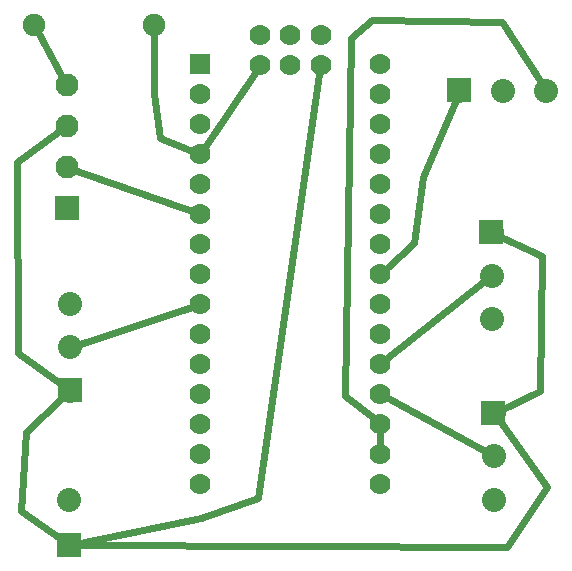
<source format=gtl>
G04 MADE WITH FRITZING*
G04 WWW.FRITZING.ORG*
G04 DOUBLE SIDED*
G04 HOLES PLATED*
G04 CONTOUR ON CENTER OF CONTOUR VECTOR*
%ASAXBY*%
%FSLAX23Y23*%
%MOIN*%
%OFA0B0*%
%SFA1.0B1.0*%
%ADD10C,0.075000*%
%ADD11C,0.080000*%
%ADD12C,0.076139*%
%ADD13C,0.070000*%
%ADD14R,0.069958X0.070000*%
%ADD15C,0.024000*%
%ADD16R,0.001000X0.001000*%
%LNCOPPER1*%
G90*
G70*
G54D10*
X119Y1891D03*
X519Y1891D03*
G54D11*
X1645Y1200D03*
X1645Y1055D03*
X1645Y911D03*
X1645Y1200D03*
X1645Y1055D03*
X1645Y911D03*
X238Y672D03*
X238Y817D03*
X238Y962D03*
X238Y672D03*
X238Y817D03*
X238Y962D03*
X1537Y1672D03*
X1682Y1672D03*
X1827Y1672D03*
X1537Y1672D03*
X1682Y1672D03*
X1827Y1672D03*
G54D12*
X228Y1279D03*
X228Y1416D03*
X228Y1554D03*
X228Y1692D03*
G54D11*
X1651Y597D03*
X1651Y453D03*
X1651Y308D03*
X1651Y597D03*
X1651Y453D03*
X1651Y308D03*
X237Y156D03*
X237Y308D03*
X237Y156D03*
X237Y308D03*
G54D13*
X673Y1761D03*
X673Y1661D03*
X673Y1561D03*
X673Y1461D03*
X673Y1361D03*
X673Y1261D03*
X673Y1161D03*
X673Y1061D03*
X673Y961D03*
X673Y861D03*
X673Y761D03*
X673Y661D03*
X673Y561D03*
X673Y461D03*
X673Y361D03*
X1273Y1761D03*
X1273Y1661D03*
X1273Y1561D03*
X1273Y1461D03*
X1273Y1361D03*
X1273Y1261D03*
X1273Y1161D03*
X1273Y1061D03*
X1273Y961D03*
X1273Y861D03*
X1273Y761D03*
X1273Y661D03*
X1273Y561D03*
X1273Y461D03*
X1273Y361D03*
X873Y1856D03*
X873Y1756D03*
X973Y1856D03*
X973Y1756D03*
X1074Y1856D03*
X1074Y1756D03*
G54D14*
X673Y1761D03*
G54D15*
X646Y1270D02*
X262Y1404D01*
D02*
X539Y1514D02*
X519Y1659D01*
D02*
X646Y1471D02*
X539Y1514D01*
D02*
X519Y1659D02*
X519Y1862D01*
D02*
X1416Y1385D02*
X1524Y1640D01*
D02*
X1387Y1164D02*
X1416Y1385D01*
D02*
X1295Y1080D02*
X1387Y1164D01*
D02*
X1299Y647D02*
X1621Y469D01*
D02*
X1296Y779D02*
X1617Y1034D01*
D02*
X646Y952D02*
X271Y828D01*
D02*
X1273Y490D02*
X1273Y532D01*
D02*
X133Y1866D02*
X210Y1724D01*
D02*
X857Y1732D02*
X690Y1485D01*
D02*
X1273Y490D02*
X1273Y532D01*
D02*
X1157Y655D02*
X1176Y1847D01*
D02*
X1176Y1847D02*
X1244Y1906D01*
D02*
X1244Y1906D02*
X1680Y1901D01*
D02*
X1680Y1901D02*
X1808Y1702D01*
D02*
X1251Y579D02*
X1157Y655D01*
D02*
X63Y1435D02*
X198Y1533D01*
D02*
X66Y798D02*
X63Y1435D01*
D02*
X210Y693D02*
X66Y798D01*
D02*
X77Y270D02*
X93Y533D01*
D02*
X93Y533D02*
X213Y648D01*
D02*
X209Y176D02*
X77Y270D01*
D02*
X1813Y1121D02*
X1807Y671D01*
D02*
X1807Y671D02*
X1682Y612D01*
D02*
X1676Y1185D02*
X1813Y1121D01*
D02*
X1696Y151D02*
X272Y156D01*
D02*
X1829Y349D02*
X1696Y151D01*
D02*
X1671Y569D02*
X1829Y349D01*
D02*
X675Y246D02*
X867Y314D01*
D02*
X867Y314D02*
X1070Y1727D01*
D02*
X271Y163D02*
X675Y246D01*
G54D16*
X1497Y1713D02*
X1576Y1713D01*
X1497Y1712D02*
X1576Y1712D01*
X1497Y1711D02*
X1576Y1711D01*
X1497Y1710D02*
X1576Y1710D01*
X1497Y1709D02*
X1576Y1709D01*
X1497Y1708D02*
X1576Y1708D01*
X1497Y1707D02*
X1576Y1707D01*
X1497Y1706D02*
X1576Y1706D01*
X1497Y1705D02*
X1576Y1705D01*
X1497Y1704D02*
X1576Y1704D01*
X1497Y1703D02*
X1576Y1703D01*
X1497Y1702D02*
X1576Y1702D01*
X1497Y1701D02*
X1576Y1701D01*
X1497Y1700D02*
X1576Y1700D01*
X1497Y1699D02*
X1576Y1699D01*
X1497Y1698D02*
X1576Y1698D01*
X1497Y1697D02*
X1535Y1697D01*
X1537Y1697D02*
X1576Y1697D01*
X1497Y1696D02*
X1529Y1696D01*
X1543Y1696D02*
X1576Y1696D01*
X1497Y1695D02*
X1526Y1695D01*
X1546Y1695D02*
X1576Y1695D01*
X1497Y1694D02*
X1524Y1694D01*
X1548Y1694D02*
X1576Y1694D01*
X1497Y1693D02*
X1523Y1693D01*
X1550Y1693D02*
X1576Y1693D01*
X1497Y1692D02*
X1521Y1692D01*
X1551Y1692D02*
X1576Y1692D01*
X1497Y1691D02*
X1520Y1691D01*
X1552Y1691D02*
X1576Y1691D01*
X1497Y1690D02*
X1519Y1690D01*
X1553Y1690D02*
X1576Y1690D01*
X1497Y1689D02*
X1518Y1689D01*
X1554Y1689D02*
X1576Y1689D01*
X1497Y1688D02*
X1517Y1688D01*
X1555Y1688D02*
X1576Y1688D01*
X1497Y1687D02*
X1516Y1687D01*
X1556Y1687D02*
X1576Y1687D01*
X1497Y1686D02*
X1516Y1686D01*
X1557Y1686D02*
X1576Y1686D01*
X1497Y1685D02*
X1515Y1685D01*
X1557Y1685D02*
X1576Y1685D01*
X1497Y1684D02*
X1515Y1684D01*
X1558Y1684D02*
X1576Y1684D01*
X1497Y1683D02*
X1514Y1683D01*
X1558Y1683D02*
X1576Y1683D01*
X1497Y1682D02*
X1514Y1682D01*
X1559Y1682D02*
X1576Y1682D01*
X1497Y1681D02*
X1513Y1681D01*
X1559Y1681D02*
X1576Y1681D01*
X1497Y1680D02*
X1513Y1680D01*
X1559Y1680D02*
X1576Y1680D01*
X1497Y1679D02*
X1513Y1679D01*
X1560Y1679D02*
X1576Y1679D01*
X1497Y1678D02*
X1513Y1678D01*
X1560Y1678D02*
X1576Y1678D01*
X1497Y1677D02*
X1512Y1677D01*
X1560Y1677D02*
X1576Y1677D01*
X1497Y1676D02*
X1512Y1676D01*
X1560Y1676D02*
X1576Y1676D01*
X1497Y1675D02*
X1512Y1675D01*
X1560Y1675D02*
X1576Y1675D01*
X1497Y1674D02*
X1512Y1674D01*
X1560Y1674D02*
X1576Y1674D01*
X1497Y1673D02*
X1512Y1673D01*
X1560Y1673D02*
X1576Y1673D01*
X1497Y1672D02*
X1512Y1672D01*
X1560Y1672D02*
X1576Y1672D01*
X1497Y1671D02*
X1512Y1671D01*
X1560Y1671D02*
X1576Y1671D01*
X1497Y1670D02*
X1512Y1670D01*
X1560Y1670D02*
X1576Y1670D01*
X1497Y1669D02*
X1512Y1669D01*
X1560Y1669D02*
X1576Y1669D01*
X1497Y1668D02*
X1513Y1668D01*
X1560Y1668D02*
X1576Y1668D01*
X1497Y1667D02*
X1513Y1667D01*
X1559Y1667D02*
X1576Y1667D01*
X1497Y1666D02*
X1513Y1666D01*
X1559Y1666D02*
X1576Y1666D01*
X1497Y1665D02*
X1514Y1665D01*
X1559Y1665D02*
X1576Y1665D01*
X1497Y1664D02*
X1514Y1664D01*
X1558Y1664D02*
X1576Y1664D01*
X1497Y1663D02*
X1514Y1663D01*
X1558Y1663D02*
X1576Y1663D01*
X1497Y1662D02*
X1515Y1662D01*
X1557Y1662D02*
X1576Y1662D01*
X1497Y1661D02*
X1516Y1661D01*
X1557Y1661D02*
X1576Y1661D01*
X1497Y1660D02*
X1516Y1660D01*
X1556Y1660D02*
X1576Y1660D01*
X1497Y1659D02*
X1517Y1659D01*
X1555Y1659D02*
X1576Y1659D01*
X1497Y1658D02*
X1518Y1658D01*
X1555Y1658D02*
X1576Y1658D01*
X1497Y1657D02*
X1519Y1657D01*
X1554Y1657D02*
X1576Y1657D01*
X1497Y1656D02*
X1520Y1656D01*
X1553Y1656D02*
X1576Y1656D01*
X1497Y1655D02*
X1521Y1655D01*
X1551Y1655D02*
X1576Y1655D01*
X1497Y1654D02*
X1522Y1654D01*
X1550Y1654D02*
X1576Y1654D01*
X1497Y1653D02*
X1524Y1653D01*
X1549Y1653D02*
X1576Y1653D01*
X1497Y1652D02*
X1526Y1652D01*
X1547Y1652D02*
X1576Y1652D01*
X1497Y1651D02*
X1528Y1651D01*
X1544Y1651D02*
X1576Y1651D01*
X1497Y1650D02*
X1532Y1650D01*
X1540Y1650D02*
X1576Y1650D01*
X1497Y1649D02*
X1576Y1649D01*
X1497Y1648D02*
X1576Y1648D01*
X1497Y1647D02*
X1576Y1647D01*
X1497Y1646D02*
X1576Y1646D01*
X1497Y1645D02*
X1576Y1645D01*
X1497Y1644D02*
X1576Y1644D01*
X1497Y1643D02*
X1576Y1643D01*
X1497Y1642D02*
X1576Y1642D01*
X1497Y1641D02*
X1576Y1641D01*
X1497Y1640D02*
X1576Y1640D01*
X1497Y1639D02*
X1576Y1639D01*
X1497Y1638D02*
X1576Y1638D01*
X1497Y1637D02*
X1576Y1637D01*
X1497Y1636D02*
X1576Y1636D01*
X1497Y1635D02*
X1576Y1635D01*
X1497Y1634D02*
X1576Y1634D01*
X188Y1319D02*
X267Y1319D01*
X188Y1318D02*
X267Y1318D01*
X188Y1317D02*
X267Y1317D01*
X188Y1316D02*
X267Y1316D01*
X188Y1315D02*
X267Y1315D01*
X188Y1314D02*
X267Y1314D01*
X188Y1313D02*
X267Y1313D01*
X188Y1312D02*
X267Y1312D01*
X188Y1311D02*
X267Y1311D01*
X188Y1310D02*
X267Y1310D01*
X188Y1309D02*
X267Y1309D01*
X188Y1308D02*
X267Y1308D01*
X188Y1307D02*
X267Y1307D01*
X188Y1306D02*
X267Y1306D01*
X188Y1305D02*
X267Y1305D01*
X188Y1304D02*
X267Y1304D01*
X188Y1303D02*
X223Y1303D01*
X232Y1303D02*
X267Y1303D01*
X188Y1302D02*
X219Y1302D01*
X235Y1302D02*
X267Y1302D01*
X188Y1301D02*
X216Y1301D01*
X238Y1301D02*
X267Y1301D01*
X188Y1300D02*
X215Y1300D01*
X240Y1300D02*
X267Y1300D01*
X188Y1299D02*
X213Y1299D01*
X241Y1299D02*
X267Y1299D01*
X188Y1298D02*
X212Y1298D01*
X242Y1298D02*
X267Y1298D01*
X188Y1297D02*
X211Y1297D01*
X244Y1297D02*
X267Y1297D01*
X188Y1296D02*
X210Y1296D01*
X245Y1296D02*
X267Y1296D01*
X188Y1295D02*
X209Y1295D01*
X245Y1295D02*
X267Y1295D01*
X188Y1294D02*
X208Y1294D01*
X246Y1294D02*
X267Y1294D01*
X188Y1293D02*
X207Y1293D01*
X247Y1293D02*
X267Y1293D01*
X188Y1292D02*
X206Y1292D01*
X248Y1292D02*
X267Y1292D01*
X188Y1291D02*
X206Y1291D01*
X248Y1291D02*
X267Y1291D01*
X188Y1290D02*
X205Y1290D01*
X249Y1290D02*
X267Y1290D01*
X188Y1289D02*
X205Y1289D01*
X249Y1289D02*
X267Y1289D01*
X188Y1288D02*
X205Y1288D01*
X250Y1288D02*
X267Y1288D01*
X188Y1287D02*
X204Y1287D01*
X250Y1287D02*
X267Y1287D01*
X188Y1286D02*
X204Y1286D01*
X250Y1286D02*
X267Y1286D01*
X188Y1285D02*
X204Y1285D01*
X251Y1285D02*
X267Y1285D01*
X188Y1284D02*
X203Y1284D01*
X251Y1284D02*
X267Y1284D01*
X188Y1283D02*
X203Y1283D01*
X251Y1283D02*
X267Y1283D01*
X188Y1282D02*
X203Y1282D01*
X251Y1282D02*
X267Y1282D01*
X188Y1281D02*
X203Y1281D01*
X251Y1281D02*
X267Y1281D01*
X188Y1280D02*
X203Y1280D01*
X251Y1280D02*
X267Y1280D01*
X188Y1279D02*
X203Y1279D01*
X251Y1279D02*
X267Y1279D01*
X188Y1278D02*
X203Y1278D01*
X251Y1278D02*
X267Y1278D01*
X188Y1277D02*
X203Y1277D01*
X251Y1277D02*
X267Y1277D01*
X188Y1276D02*
X203Y1276D01*
X251Y1276D02*
X267Y1276D01*
X188Y1275D02*
X203Y1275D01*
X251Y1275D02*
X267Y1275D01*
X188Y1274D02*
X204Y1274D01*
X250Y1274D02*
X267Y1274D01*
X188Y1273D02*
X204Y1273D01*
X250Y1273D02*
X267Y1273D01*
X188Y1272D02*
X204Y1272D01*
X250Y1272D02*
X267Y1272D01*
X188Y1271D02*
X205Y1271D01*
X249Y1271D02*
X267Y1271D01*
X188Y1270D02*
X205Y1270D01*
X249Y1270D02*
X267Y1270D01*
X188Y1269D02*
X206Y1269D01*
X248Y1269D02*
X267Y1269D01*
X188Y1268D02*
X206Y1268D01*
X248Y1268D02*
X267Y1268D01*
X188Y1267D02*
X207Y1267D01*
X247Y1267D02*
X267Y1267D01*
X188Y1266D02*
X207Y1266D01*
X247Y1266D02*
X267Y1266D01*
X188Y1265D02*
X208Y1265D01*
X246Y1265D02*
X267Y1265D01*
X188Y1264D02*
X209Y1264D01*
X245Y1264D02*
X267Y1264D01*
X188Y1263D02*
X210Y1263D01*
X244Y1263D02*
X267Y1263D01*
X188Y1262D02*
X211Y1262D01*
X243Y1262D02*
X267Y1262D01*
X188Y1261D02*
X212Y1261D01*
X242Y1261D02*
X267Y1261D01*
X188Y1260D02*
X214Y1260D01*
X240Y1260D02*
X267Y1260D01*
X188Y1259D02*
X216Y1259D01*
X239Y1259D02*
X267Y1259D01*
X188Y1258D02*
X218Y1258D01*
X237Y1258D02*
X267Y1258D01*
X188Y1257D02*
X221Y1257D01*
X233Y1257D02*
X267Y1257D01*
X188Y1256D02*
X267Y1256D01*
X188Y1255D02*
X267Y1255D01*
X188Y1254D02*
X267Y1254D01*
X188Y1253D02*
X267Y1253D01*
X188Y1252D02*
X267Y1252D01*
X188Y1251D02*
X267Y1251D01*
X188Y1250D02*
X267Y1250D01*
X188Y1249D02*
X267Y1249D01*
X188Y1248D02*
X267Y1248D01*
X188Y1247D02*
X267Y1247D01*
X188Y1246D02*
X267Y1246D01*
X188Y1245D02*
X267Y1245D01*
X188Y1244D02*
X267Y1244D01*
X188Y1243D02*
X267Y1243D01*
X188Y1242D02*
X267Y1242D01*
X188Y1241D02*
X267Y1241D01*
X1604Y1241D02*
X1683Y1241D01*
X188Y1240D02*
X266Y1240D01*
X1604Y1240D02*
X1683Y1240D01*
X1604Y1239D02*
X1683Y1239D01*
X1604Y1238D02*
X1683Y1238D01*
X1604Y1237D02*
X1683Y1237D01*
X1604Y1236D02*
X1683Y1236D01*
X1604Y1235D02*
X1683Y1235D01*
X1604Y1234D02*
X1683Y1234D01*
X1604Y1233D02*
X1683Y1233D01*
X1604Y1232D02*
X1683Y1232D01*
X1604Y1231D02*
X1683Y1231D01*
X1604Y1230D02*
X1683Y1230D01*
X1604Y1229D02*
X1683Y1229D01*
X1604Y1228D02*
X1683Y1228D01*
X1604Y1227D02*
X1683Y1227D01*
X1604Y1226D02*
X1683Y1226D01*
X1604Y1225D02*
X1642Y1225D01*
X1645Y1225D02*
X1683Y1225D01*
X1604Y1224D02*
X1636Y1224D01*
X1651Y1224D02*
X1683Y1224D01*
X1604Y1223D02*
X1633Y1223D01*
X1654Y1223D02*
X1683Y1223D01*
X1604Y1222D02*
X1631Y1222D01*
X1656Y1222D02*
X1683Y1222D01*
X1604Y1221D02*
X1630Y1221D01*
X1657Y1221D02*
X1683Y1221D01*
X1604Y1220D02*
X1628Y1220D01*
X1659Y1220D02*
X1683Y1220D01*
X1604Y1219D02*
X1627Y1219D01*
X1660Y1219D02*
X1683Y1219D01*
X1604Y1218D02*
X1626Y1218D01*
X1661Y1218D02*
X1683Y1218D01*
X1604Y1217D02*
X1625Y1217D01*
X1662Y1217D02*
X1683Y1217D01*
X1604Y1216D02*
X1624Y1216D01*
X1663Y1216D02*
X1683Y1216D01*
X1604Y1215D02*
X1624Y1215D01*
X1663Y1215D02*
X1683Y1215D01*
X1604Y1214D02*
X1623Y1214D01*
X1664Y1214D02*
X1683Y1214D01*
X1604Y1213D02*
X1622Y1213D01*
X1665Y1213D02*
X1683Y1213D01*
X1604Y1212D02*
X1622Y1212D01*
X1665Y1212D02*
X1683Y1212D01*
X1604Y1211D02*
X1621Y1211D01*
X1666Y1211D02*
X1683Y1211D01*
X1604Y1210D02*
X1621Y1210D01*
X1666Y1210D02*
X1683Y1210D01*
X1604Y1209D02*
X1621Y1209D01*
X1666Y1209D02*
X1683Y1209D01*
X1604Y1208D02*
X1620Y1208D01*
X1667Y1208D02*
X1683Y1208D01*
X1604Y1207D02*
X1620Y1207D01*
X1667Y1207D02*
X1683Y1207D01*
X1604Y1206D02*
X1620Y1206D01*
X1667Y1206D02*
X1683Y1206D01*
X1604Y1205D02*
X1620Y1205D01*
X1667Y1205D02*
X1683Y1205D01*
X1604Y1204D02*
X1620Y1204D01*
X1668Y1204D02*
X1683Y1204D01*
X1604Y1203D02*
X1620Y1203D01*
X1668Y1203D02*
X1683Y1203D01*
X1604Y1202D02*
X1619Y1202D01*
X1668Y1202D02*
X1683Y1202D01*
X1604Y1201D02*
X1619Y1201D01*
X1668Y1201D02*
X1683Y1201D01*
X1604Y1200D02*
X1620Y1200D01*
X1668Y1200D02*
X1683Y1200D01*
X1604Y1199D02*
X1620Y1199D01*
X1668Y1199D02*
X1683Y1199D01*
X1604Y1198D02*
X1620Y1198D01*
X1667Y1198D02*
X1683Y1198D01*
X1604Y1197D02*
X1620Y1197D01*
X1667Y1197D02*
X1683Y1197D01*
X1604Y1196D02*
X1620Y1196D01*
X1667Y1196D02*
X1683Y1196D01*
X1604Y1195D02*
X1620Y1195D01*
X1667Y1195D02*
X1683Y1195D01*
X1604Y1194D02*
X1621Y1194D01*
X1666Y1194D02*
X1683Y1194D01*
X1604Y1193D02*
X1621Y1193D01*
X1666Y1193D02*
X1683Y1193D01*
X1604Y1192D02*
X1621Y1192D01*
X1666Y1192D02*
X1683Y1192D01*
X1604Y1191D02*
X1622Y1191D01*
X1665Y1191D02*
X1683Y1191D01*
X1604Y1190D02*
X1622Y1190D01*
X1665Y1190D02*
X1683Y1190D01*
X1604Y1189D02*
X1623Y1189D01*
X1664Y1189D02*
X1683Y1189D01*
X1604Y1188D02*
X1624Y1188D01*
X1663Y1188D02*
X1683Y1188D01*
X1604Y1187D02*
X1624Y1187D01*
X1663Y1187D02*
X1683Y1187D01*
X1604Y1186D02*
X1625Y1186D01*
X1662Y1186D02*
X1683Y1186D01*
X1604Y1185D02*
X1626Y1185D01*
X1661Y1185D02*
X1683Y1185D01*
X1604Y1184D02*
X1627Y1184D01*
X1660Y1184D02*
X1683Y1184D01*
X1604Y1183D02*
X1628Y1183D01*
X1659Y1183D02*
X1683Y1183D01*
X1604Y1182D02*
X1630Y1182D01*
X1657Y1182D02*
X1683Y1182D01*
X1604Y1181D02*
X1631Y1181D01*
X1656Y1181D02*
X1683Y1181D01*
X1604Y1180D02*
X1633Y1180D01*
X1654Y1180D02*
X1683Y1180D01*
X1604Y1179D02*
X1636Y1179D01*
X1651Y1179D02*
X1683Y1179D01*
X1604Y1178D02*
X1640Y1178D01*
X1647Y1178D02*
X1683Y1178D01*
X1604Y1177D02*
X1683Y1177D01*
X1604Y1176D02*
X1683Y1176D01*
X1604Y1175D02*
X1683Y1175D01*
X1604Y1174D02*
X1683Y1174D01*
X1604Y1173D02*
X1683Y1173D01*
X1604Y1172D02*
X1683Y1172D01*
X1604Y1171D02*
X1683Y1171D01*
X1604Y1170D02*
X1683Y1170D01*
X1604Y1169D02*
X1683Y1169D01*
X1604Y1168D02*
X1683Y1168D01*
X1604Y1167D02*
X1683Y1167D01*
X1604Y1166D02*
X1683Y1166D01*
X1604Y1165D02*
X1683Y1165D01*
X1604Y1164D02*
X1683Y1164D01*
X1604Y1163D02*
X1683Y1163D01*
X1604Y1162D02*
X1683Y1162D01*
X198Y713D02*
X277Y713D01*
X198Y712D02*
X277Y712D01*
X198Y711D02*
X277Y711D01*
X198Y710D02*
X277Y710D01*
X198Y709D02*
X277Y709D01*
X198Y708D02*
X277Y708D01*
X198Y707D02*
X277Y707D01*
X198Y706D02*
X277Y706D01*
X198Y705D02*
X277Y705D01*
X198Y704D02*
X277Y704D01*
X198Y703D02*
X277Y703D01*
X198Y702D02*
X277Y702D01*
X198Y701D02*
X277Y701D01*
X198Y700D02*
X277Y700D01*
X198Y699D02*
X277Y699D01*
X198Y698D02*
X277Y698D01*
X198Y697D02*
X234Y697D01*
X242Y697D02*
X277Y697D01*
X198Y696D02*
X230Y696D01*
X246Y696D02*
X277Y696D01*
X198Y695D02*
X227Y695D01*
X248Y695D02*
X277Y695D01*
X198Y694D02*
X225Y694D01*
X250Y694D02*
X277Y694D01*
X198Y693D02*
X224Y693D01*
X252Y693D02*
X277Y693D01*
X198Y692D02*
X222Y692D01*
X253Y692D02*
X277Y692D01*
X198Y691D02*
X221Y691D01*
X254Y691D02*
X277Y691D01*
X198Y690D02*
X220Y690D01*
X255Y690D02*
X277Y690D01*
X198Y689D02*
X219Y689D01*
X256Y689D02*
X277Y689D01*
X198Y688D02*
X219Y688D01*
X257Y688D02*
X277Y688D01*
X198Y687D02*
X218Y687D01*
X258Y687D02*
X277Y687D01*
X198Y686D02*
X217Y686D01*
X258Y686D02*
X277Y686D01*
X198Y685D02*
X217Y685D01*
X259Y685D02*
X277Y685D01*
X198Y684D02*
X216Y684D01*
X260Y684D02*
X277Y684D01*
X198Y683D02*
X216Y683D01*
X260Y683D02*
X277Y683D01*
X198Y682D02*
X215Y682D01*
X260Y682D02*
X277Y682D01*
X198Y681D02*
X215Y681D01*
X261Y681D02*
X277Y681D01*
X198Y680D02*
X215Y680D01*
X261Y680D02*
X277Y680D01*
X198Y679D02*
X214Y679D01*
X261Y679D02*
X277Y679D01*
X198Y678D02*
X214Y678D01*
X262Y678D02*
X277Y678D01*
X198Y677D02*
X214Y677D01*
X262Y677D02*
X277Y677D01*
X198Y676D02*
X214Y676D01*
X262Y676D02*
X277Y676D01*
X198Y675D02*
X214Y675D01*
X262Y675D02*
X277Y675D01*
X198Y674D02*
X214Y674D01*
X262Y674D02*
X277Y674D01*
X198Y673D02*
X214Y673D01*
X262Y673D02*
X277Y673D01*
X198Y672D02*
X214Y672D01*
X262Y672D02*
X277Y672D01*
X198Y671D02*
X214Y671D01*
X262Y671D02*
X277Y671D01*
X198Y670D02*
X214Y670D01*
X262Y670D02*
X277Y670D01*
X198Y669D02*
X214Y669D01*
X261Y669D02*
X277Y669D01*
X198Y668D02*
X214Y668D01*
X261Y668D02*
X277Y668D01*
X198Y667D02*
X215Y667D01*
X261Y667D02*
X277Y667D01*
X198Y666D02*
X215Y666D01*
X261Y666D02*
X277Y666D01*
X198Y665D02*
X215Y665D01*
X260Y665D02*
X277Y665D01*
X198Y664D02*
X216Y664D01*
X260Y664D02*
X277Y664D01*
X198Y663D02*
X216Y663D01*
X259Y663D02*
X277Y663D01*
X198Y662D02*
X217Y662D01*
X259Y662D02*
X277Y662D01*
X198Y661D02*
X217Y661D01*
X258Y661D02*
X277Y661D01*
X198Y660D02*
X218Y660D01*
X258Y660D02*
X277Y660D01*
X198Y659D02*
X219Y659D01*
X257Y659D02*
X277Y659D01*
X198Y658D02*
X220Y658D01*
X256Y658D02*
X277Y658D01*
X198Y657D02*
X221Y657D01*
X255Y657D02*
X277Y657D01*
X198Y656D02*
X222Y656D01*
X254Y656D02*
X277Y656D01*
X198Y655D02*
X223Y655D01*
X253Y655D02*
X277Y655D01*
X198Y654D02*
X224Y654D01*
X251Y654D02*
X277Y654D01*
X198Y653D02*
X226Y653D01*
X250Y653D02*
X277Y653D01*
X198Y652D02*
X228Y652D01*
X248Y652D02*
X277Y652D01*
X198Y651D02*
X231Y651D01*
X245Y651D02*
X277Y651D01*
X198Y650D02*
X277Y650D01*
X198Y649D02*
X277Y649D01*
X198Y648D02*
X277Y648D01*
X198Y647D02*
X277Y647D01*
X198Y646D02*
X277Y646D01*
X198Y645D02*
X277Y645D01*
X198Y644D02*
X277Y644D01*
X198Y643D02*
X277Y643D01*
X198Y642D02*
X277Y642D01*
X198Y641D02*
X277Y641D01*
X198Y640D02*
X277Y640D01*
X198Y639D02*
X277Y639D01*
X198Y638D02*
X277Y638D01*
X1611Y638D02*
X1689Y638D01*
X198Y637D02*
X277Y637D01*
X1611Y637D02*
X1689Y637D01*
X198Y636D02*
X277Y636D01*
X1611Y636D02*
X1689Y636D01*
X198Y635D02*
X277Y635D01*
X1611Y635D02*
X1689Y635D01*
X198Y634D02*
X277Y634D01*
X1611Y634D02*
X1689Y634D01*
X1611Y633D02*
X1689Y633D01*
X1611Y632D02*
X1689Y632D01*
X1611Y631D02*
X1689Y631D01*
X1611Y630D02*
X1689Y630D01*
X1611Y629D02*
X1689Y629D01*
X1611Y628D02*
X1689Y628D01*
X1611Y627D02*
X1689Y627D01*
X1611Y626D02*
X1689Y626D01*
X1611Y625D02*
X1689Y625D01*
X1611Y624D02*
X1689Y624D01*
X1611Y623D02*
X1689Y623D01*
X1611Y622D02*
X1646Y622D01*
X1654Y622D02*
X1689Y622D01*
X1611Y621D02*
X1642Y621D01*
X1658Y621D02*
X1689Y621D01*
X1611Y620D02*
X1639Y620D01*
X1661Y620D02*
X1689Y620D01*
X1611Y619D02*
X1638Y619D01*
X1662Y619D02*
X1689Y619D01*
X1611Y618D02*
X1636Y618D01*
X1664Y618D02*
X1689Y618D01*
X1611Y617D02*
X1635Y617D01*
X1665Y617D02*
X1689Y617D01*
X1611Y616D02*
X1633Y616D01*
X1667Y616D02*
X1689Y616D01*
X1611Y615D02*
X1632Y615D01*
X1668Y615D02*
X1689Y615D01*
X1611Y614D02*
X1632Y614D01*
X1668Y614D02*
X1689Y614D01*
X1611Y613D02*
X1631Y613D01*
X1669Y613D02*
X1689Y613D01*
X1611Y612D02*
X1630Y612D01*
X1670Y612D02*
X1689Y612D01*
X1611Y611D02*
X1629Y611D01*
X1671Y611D02*
X1689Y611D01*
X1611Y610D02*
X1629Y610D01*
X1671Y610D02*
X1689Y610D01*
X1611Y609D02*
X1628Y609D01*
X1672Y609D02*
X1689Y609D01*
X1611Y608D02*
X1628Y608D01*
X1672Y608D02*
X1689Y608D01*
X1611Y607D02*
X1627Y607D01*
X1673Y607D02*
X1689Y607D01*
X1611Y606D02*
X1627Y606D01*
X1673Y606D02*
X1689Y606D01*
X1611Y605D02*
X1627Y605D01*
X1673Y605D02*
X1689Y605D01*
X1611Y604D02*
X1626Y604D01*
X1674Y604D02*
X1689Y604D01*
X1611Y603D02*
X1626Y603D01*
X1674Y603D02*
X1689Y603D01*
X1611Y602D02*
X1626Y602D01*
X1674Y602D02*
X1689Y602D01*
X1611Y601D02*
X1626Y601D01*
X1674Y601D02*
X1689Y601D01*
X1611Y600D02*
X1626Y600D01*
X1674Y600D02*
X1689Y600D01*
X1611Y599D02*
X1626Y599D01*
X1674Y599D02*
X1689Y599D01*
X1611Y598D02*
X1626Y598D01*
X1674Y598D02*
X1689Y598D01*
X1611Y597D02*
X1626Y597D01*
X1674Y597D02*
X1689Y597D01*
X1611Y596D02*
X1626Y596D01*
X1674Y596D02*
X1689Y596D01*
X1611Y595D02*
X1626Y595D01*
X1674Y595D02*
X1689Y595D01*
X1611Y594D02*
X1626Y594D01*
X1674Y594D02*
X1689Y594D01*
X1611Y593D02*
X1627Y593D01*
X1673Y593D02*
X1689Y593D01*
X1611Y592D02*
X1627Y592D01*
X1673Y592D02*
X1689Y592D01*
X1611Y591D02*
X1627Y591D01*
X1673Y591D02*
X1689Y591D01*
X1611Y590D02*
X1628Y590D01*
X1672Y590D02*
X1689Y590D01*
X1611Y589D02*
X1628Y589D01*
X1672Y589D02*
X1689Y589D01*
X1611Y588D02*
X1628Y588D01*
X1672Y588D02*
X1689Y588D01*
X1611Y587D02*
X1629Y587D01*
X1671Y587D02*
X1689Y587D01*
X1611Y586D02*
X1630Y586D01*
X1670Y586D02*
X1689Y586D01*
X1611Y585D02*
X1630Y585D01*
X1670Y585D02*
X1689Y585D01*
X1611Y584D02*
X1631Y584D01*
X1669Y584D02*
X1689Y584D01*
X1611Y583D02*
X1632Y583D01*
X1668Y583D02*
X1689Y583D01*
X1611Y582D02*
X1633Y582D01*
X1667Y582D02*
X1689Y582D01*
X1611Y581D02*
X1634Y581D01*
X1666Y581D02*
X1689Y581D01*
X1611Y580D02*
X1635Y580D01*
X1665Y580D02*
X1689Y580D01*
X1611Y579D02*
X1636Y579D01*
X1664Y579D02*
X1689Y579D01*
X1611Y578D02*
X1638Y578D01*
X1662Y578D02*
X1689Y578D01*
X1611Y577D02*
X1640Y577D01*
X1660Y577D02*
X1689Y577D01*
X1611Y576D02*
X1643Y576D01*
X1657Y576D02*
X1689Y576D01*
X1611Y575D02*
X1689Y575D01*
X1611Y574D02*
X1689Y574D01*
X1611Y573D02*
X1689Y573D01*
X1611Y572D02*
X1689Y572D01*
X1611Y571D02*
X1689Y571D01*
X1611Y570D02*
X1689Y570D01*
X1611Y569D02*
X1689Y569D01*
X1611Y568D02*
X1689Y568D01*
X1611Y567D02*
X1689Y567D01*
X1611Y566D02*
X1689Y566D01*
X1611Y565D02*
X1689Y565D01*
X1611Y564D02*
X1689Y564D01*
X1611Y563D02*
X1689Y563D01*
X1611Y562D02*
X1689Y562D01*
X1611Y561D02*
X1689Y561D01*
X1611Y560D02*
X1689Y560D01*
X1611Y559D02*
X1689Y559D01*
X197Y197D02*
X276Y197D01*
X197Y196D02*
X276Y196D01*
X197Y195D02*
X276Y195D01*
X197Y194D02*
X276Y194D01*
X197Y193D02*
X276Y193D01*
X197Y192D02*
X276Y192D01*
X197Y191D02*
X276Y191D01*
X197Y190D02*
X276Y190D01*
X197Y189D02*
X276Y189D01*
X197Y188D02*
X276Y188D01*
X197Y187D02*
X276Y187D01*
X197Y186D02*
X276Y186D01*
X197Y185D02*
X276Y185D01*
X197Y184D02*
X276Y184D01*
X197Y183D02*
X276Y183D01*
X197Y182D02*
X276Y182D01*
X197Y181D02*
X231Y181D01*
X241Y181D02*
X276Y181D01*
X197Y180D02*
X228Y180D01*
X245Y180D02*
X276Y180D01*
X197Y179D02*
X226Y179D01*
X247Y179D02*
X276Y179D01*
X197Y178D02*
X224Y178D01*
X249Y178D02*
X276Y178D01*
X197Y177D02*
X222Y177D01*
X251Y177D02*
X276Y177D01*
X197Y176D02*
X221Y176D01*
X252Y176D02*
X276Y176D01*
X197Y175D02*
X220Y175D01*
X253Y175D02*
X276Y175D01*
X197Y174D02*
X219Y174D01*
X254Y174D02*
X276Y174D01*
X197Y173D02*
X218Y173D01*
X255Y173D02*
X276Y173D01*
X197Y172D02*
X217Y172D01*
X256Y172D02*
X276Y172D01*
X197Y171D02*
X216Y171D01*
X256Y171D02*
X276Y171D01*
X197Y170D02*
X216Y170D01*
X257Y170D02*
X276Y170D01*
X197Y169D02*
X215Y169D01*
X258Y169D02*
X276Y169D01*
X197Y168D02*
X215Y168D01*
X258Y168D02*
X276Y168D01*
X197Y167D02*
X214Y167D01*
X259Y167D02*
X276Y167D01*
X197Y166D02*
X214Y166D01*
X259Y166D02*
X276Y166D01*
X197Y165D02*
X214Y165D01*
X259Y165D02*
X276Y165D01*
X197Y164D02*
X213Y164D01*
X260Y164D02*
X276Y164D01*
X197Y163D02*
X213Y163D01*
X260Y163D02*
X276Y163D01*
X197Y162D02*
X213Y162D01*
X260Y162D02*
X276Y162D01*
X197Y161D02*
X213Y161D01*
X260Y161D02*
X276Y161D01*
X197Y160D02*
X212Y160D01*
X260Y160D02*
X276Y160D01*
X197Y159D02*
X212Y159D01*
X260Y159D02*
X276Y159D01*
X197Y158D02*
X212Y158D01*
X260Y158D02*
X276Y158D01*
X197Y157D02*
X212Y157D01*
X260Y157D02*
X276Y157D01*
X197Y156D02*
X212Y156D01*
X260Y156D02*
X276Y156D01*
X197Y155D02*
X212Y155D01*
X260Y155D02*
X276Y155D01*
X197Y154D02*
X213Y154D01*
X260Y154D02*
X276Y154D01*
X197Y153D02*
X213Y153D01*
X260Y153D02*
X276Y153D01*
X197Y152D02*
X213Y152D01*
X260Y152D02*
X276Y152D01*
X197Y151D02*
X213Y151D01*
X259Y151D02*
X276Y151D01*
X197Y150D02*
X214Y150D01*
X259Y150D02*
X276Y150D01*
X197Y149D02*
X214Y149D01*
X259Y149D02*
X276Y149D01*
X197Y148D02*
X214Y148D01*
X258Y148D02*
X276Y148D01*
X197Y147D02*
X215Y147D01*
X258Y147D02*
X276Y147D01*
X197Y146D02*
X216Y146D01*
X257Y146D02*
X276Y146D01*
X197Y145D02*
X216Y145D01*
X257Y145D02*
X276Y145D01*
X197Y144D02*
X217Y144D01*
X256Y144D02*
X276Y144D01*
X197Y143D02*
X218Y143D01*
X255Y143D02*
X276Y143D01*
X197Y142D02*
X218Y142D01*
X254Y142D02*
X276Y142D01*
X197Y141D02*
X219Y141D01*
X253Y141D02*
X276Y141D01*
X197Y140D02*
X221Y140D01*
X252Y140D02*
X276Y140D01*
X197Y139D02*
X222Y139D01*
X251Y139D02*
X276Y139D01*
X197Y138D02*
X223Y138D01*
X250Y138D02*
X276Y138D01*
X197Y137D02*
X225Y137D01*
X248Y137D02*
X276Y137D01*
X197Y136D02*
X227Y136D01*
X246Y136D02*
X276Y136D01*
X197Y135D02*
X230Y135D01*
X243Y135D02*
X276Y135D01*
X197Y134D02*
X276Y134D01*
X197Y133D02*
X276Y133D01*
X197Y132D02*
X276Y132D01*
X197Y131D02*
X276Y131D01*
X197Y130D02*
X276Y130D01*
X197Y129D02*
X276Y129D01*
X197Y128D02*
X276Y128D01*
X197Y127D02*
X276Y127D01*
X197Y126D02*
X276Y126D01*
X197Y125D02*
X276Y125D01*
X197Y124D02*
X276Y124D01*
X197Y123D02*
X276Y123D01*
X197Y122D02*
X276Y122D01*
X197Y121D02*
X276Y121D01*
X197Y120D02*
X276Y120D01*
X197Y119D02*
X276Y119D01*
X197Y118D02*
X276Y118D01*
D02*
G04 End of Copper1*
M02*
</source>
